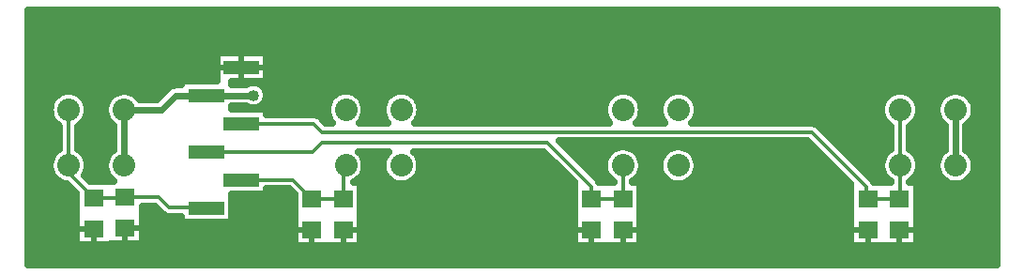
<source format=gbr>
%TF.GenerationSoftware,Novarm,DipTrace,3.3.1.3*%
%TF.CreationDate,2019-10-28T02:51:36+00:00*%
%FSLAX26Y26*%
%MOIN*%
%TF.FileFunction,Copper,L1,Top*%
%TF.Part,Single*%
%TA.AperFunction,Conductor*%
%ADD13C,0.012*%
%ADD14C,0.022*%
%TA.AperFunction,CopperBalancing*%
%ADD15C,0.025*%
%ADD16C,0.02*%
%ADD18R,0.125197X0.05*%
%TA.AperFunction,ComponentPad*%
%ADD33C,0.08*%
%ADD34R,0.070866X0.062992*%
%TA.AperFunction,ViaPad*%
%ADD35C,0.04*%
G75*
G01*
%LPD*%
X3740157Y984241D2*
D13*
Y787390D1*
Y671334D1*
X3737449Y668627D1*
X3624951D1*
X1401237Y935826D2*
X1657823D1*
X1687449Y906200D1*
X3424951D1*
X3618700Y712451D1*
Y668627D1*
X3624951D1*
X2755905Y787390D2*
Y668922D1*
X2756200Y668627D1*
X2643700D1*
X1276040Y835826D2*
X1654575D1*
X1687449Y868700D1*
X2487451D1*
X2643700Y712451D1*
Y668627D1*
X1651329D2*
X1762451D1*
Y778188D1*
X1771653Y787390D1*
X1401237Y735826D2*
X1584129D1*
X1651329Y668627D1*
X787401Y787396D2*
Y760310D1*
X874951Y672760D1*
X985260D1*
X987449Y674949D1*
X787401Y984246D2*
Y787396D1*
X1276040Y635826D2*
Y637449D1*
X1143700D1*
X1106200Y674949D1*
X987449D1*
X984251Y787396D2*
D14*
Y984246D1*
X1115495D1*
X1167075Y1035826D1*
X1276040D1*
X1443700D1*
X3937007Y984246D2*
Y787396D1*
D35*
X1443700Y1035826D3*
X644939Y1313024D2*
D15*
X4079473D1*
X644939Y1288155D2*
X4079473D1*
X644939Y1263287D2*
X4079473D1*
X644939Y1238418D2*
X4079473D1*
X644939Y1213549D2*
X4079473D1*
X644939Y1188680D2*
X4079473D1*
X644939Y1163812D2*
X1309645D1*
X1492810D2*
X4079473D1*
X644939Y1138943D2*
X1309645D1*
X1492810D2*
X4079473D1*
X644939Y1114074D2*
X1309645D1*
X1492810D2*
X4079473D1*
X644939Y1089205D2*
X1309645D1*
X1492810D2*
X4079473D1*
X644939Y1064336D2*
X1140235D1*
X1482941D2*
X4079473D1*
X644939Y1039468D2*
X747878D1*
X826943D2*
X944738D1*
X1023768D2*
X1115188D1*
X1492558D2*
X1732109D1*
X1811175D2*
X1928970D1*
X2008035D2*
X2716377D1*
X2795441D2*
X2913238D1*
X2992267D2*
X3700644D1*
X3779674D2*
X3897469D1*
X3976533D2*
X4079473D1*
X644939Y1014599D2*
X725738D1*
X849048D2*
X922598D1*
X1487571D2*
X1710004D1*
X1833315D2*
X1906830D1*
X2030175D2*
X2694237D1*
X2817546D2*
X2891096D1*
X3014407D2*
X3678503D1*
X3801814D2*
X3875364D1*
X3998675D2*
X4079473D1*
X644939Y989730D2*
X718633D1*
X856153D2*
X915493D1*
X1367646D2*
X1435132D1*
X1452263D2*
X1702899D1*
X1840420D2*
X1899725D1*
X2037281D2*
X2687132D1*
X2824687D2*
X2883991D1*
X3021512D2*
X3671398D1*
X3808919D2*
X3868259D1*
X4005780D2*
X4079473D1*
X644939Y964861D2*
X721288D1*
X853498D2*
X918149D1*
X1674922D2*
X1705556D1*
X1837764D2*
X1902380D1*
X2034625D2*
X2689787D1*
X2821997D2*
X2886648D1*
X3018856D2*
X3674054D1*
X3806263D2*
X3870915D1*
X4003124D2*
X4079473D1*
X644939Y939993D2*
X735283D1*
X839539D2*
X932107D1*
X1702123D2*
X1719514D1*
X1823770D2*
X1916375D1*
X2020630D2*
X2703781D1*
X2808037D2*
X2900607D1*
X3004898D2*
X3688012D1*
X3792305D2*
X3884873D1*
X3989129D2*
X4079473D1*
X644939Y915124D2*
X752399D1*
X822386D2*
X944272D1*
X3464466D2*
X3705166D1*
X3775151D2*
X3897002D1*
X3977001D2*
X4079473D1*
X644939Y890255D2*
X752399D1*
X822386D2*
X944272D1*
X3489334D2*
X3705166D1*
X3775151D2*
X3897002D1*
X3977001D2*
X4079473D1*
X644939Y865386D2*
X752399D1*
X822386D2*
X944272D1*
X2539229D2*
X3417302D1*
X3514203D2*
X3705166D1*
X3775151D2*
X3897002D1*
X3977001D2*
X4079473D1*
X644939Y840518D2*
X744899D1*
X829885D2*
X941760D1*
X2564096D2*
X2713435D1*
X2798384D2*
X2910259D1*
X2995245D2*
X3442170D1*
X3539070D2*
X3697666D1*
X3782651D2*
X3894527D1*
X3979477D2*
X4079473D1*
X644939Y815649D2*
X724697D1*
X850088D2*
X921557D1*
X1834356D2*
X1905825D1*
X2031180D2*
X2492065D1*
X2588964D2*
X2693231D1*
X2818587D2*
X2890057D1*
X3015448D2*
X3467039D1*
X3563938D2*
X3677462D1*
X3802855D2*
X3874323D1*
X3999679D2*
X4079473D1*
X644939Y790780D2*
X718489D1*
X856296D2*
X915350D1*
X1840564D2*
X1899581D1*
X2037424D2*
X2516932D1*
X2613833D2*
X2686987D1*
X2824794D2*
X2883848D1*
X3021655D2*
X3491906D1*
X3588805D2*
X3671255D1*
X3809062D2*
X3868116D1*
X4005923D2*
X4079473D1*
X644939Y765911D2*
X721969D1*
X852815D2*
X918830D1*
X1837083D2*
X1903062D1*
X2033944D2*
X2541800D1*
X2638700D2*
X2690469D1*
X2821314D2*
X2887329D1*
X3018175D2*
X3516773D1*
X3613672D2*
X3674735D1*
X3805582D2*
X3871596D1*
X4002443D2*
X4079473D1*
X644939Y741043D2*
X737221D1*
X855112D2*
X934081D1*
X1821833D2*
X1918313D1*
X2018692D2*
X2566669D1*
X2663567D2*
X2705720D1*
X2806099D2*
X2902579D1*
X3002924D2*
X3541641D1*
X3638541D2*
X3689986D1*
X3790331D2*
X3886847D1*
X3987192D2*
X4079473D1*
X644939Y716174D2*
X783081D1*
X1826892D2*
X2579263D1*
X2820633D2*
X3560516D1*
X3801885D2*
X4079473D1*
X644939Y691305D2*
X807948D1*
X1492810D2*
X1580212D1*
X1826892D2*
X2579263D1*
X2820633D2*
X3560516D1*
X3801885D2*
X4079473D1*
X644939Y666436D2*
X810532D1*
X1367646D2*
X1586886D1*
X1826892D2*
X2579263D1*
X2820633D2*
X3560516D1*
X3801885D2*
X4079473D1*
X644939Y641567D2*
X810532D1*
X1051865D2*
X1091146D1*
X1367646D2*
X1586886D1*
X1826892D2*
X2579263D1*
X2820633D2*
X3560516D1*
X3801885D2*
X4079473D1*
X644939Y616699D2*
X810532D1*
X1051865D2*
X1116014D1*
X1367646D2*
X1586886D1*
X1826892D2*
X2579263D1*
X2820633D2*
X3560516D1*
X3801885D2*
X4079473D1*
X644939Y591830D2*
X810532D1*
X1051865D2*
X1184445D1*
X1367646D2*
X1586886D1*
X1826892D2*
X2579263D1*
X2820633D2*
X3560516D1*
X3801885D2*
X4079473D1*
X644939Y566961D2*
X810532D1*
X1051865D2*
X1586886D1*
X1826892D2*
X2579263D1*
X2820633D2*
X3560516D1*
X3801885D2*
X4079473D1*
X644939Y542092D2*
X810532D1*
X1051865D2*
X1586886D1*
X1826892D2*
X2579263D1*
X2820633D2*
X3560516D1*
X3801885D2*
X4079473D1*
X644939Y517224D2*
X810532D1*
X1051865D2*
X1586886D1*
X1826892D2*
X2579263D1*
X2820633D2*
X3560516D1*
X3801885D2*
X4079473D1*
X644939Y492355D2*
X4079473D1*
X644939Y467486D2*
X4079473D1*
X644939Y442617D2*
X4079473D1*
X1365130Y684339D2*
Y584334D1*
X1186949D1*
Y604968D1*
X1141150Y605057D1*
X1136115Y605855D1*
X1131266Y607431D1*
X1126722Y609745D1*
X1122598Y612742D1*
X1092737Y642461D1*
X1049396Y642457D1*
X1049375Y506725D1*
X936876Y506602D1*
Y504536D1*
X813025D1*
X813001Y688759D1*
X780497Y721263D1*
X771878Y722735D1*
X761956Y725960D1*
X752659Y730696D1*
X744217Y736829D1*
X736840Y744207D1*
X730707Y752648D1*
X725970Y761944D1*
X722746Y771868D1*
X721113Y782172D1*
Y792607D1*
X722746Y802913D1*
X725970Y812835D1*
X730707Y822132D1*
X736840Y830573D1*
X744217Y837951D1*
X752659Y844083D1*
X754919Y845350D1*
X754909Y926231D1*
X748318Y930447D1*
X740384Y937224D1*
X733608Y945157D1*
X728155Y954053D1*
X724163Y963693D1*
X721728Y973839D1*
X720909Y984241D1*
X721728Y994642D1*
X724163Y1004788D1*
X728155Y1014427D1*
X733608Y1023323D1*
X740384Y1031258D1*
X748318Y1038033D1*
X757214Y1043485D1*
X766854Y1047478D1*
X776999Y1049914D1*
X787401Y1050733D1*
X797802Y1049914D1*
X807948Y1047478D1*
X817587Y1043485D1*
X826483Y1038033D1*
X834418Y1031258D1*
X841193Y1023323D1*
X846646Y1014427D1*
X850638Y1004788D1*
X853074Y994642D1*
X853893Y984241D1*
X853074Y973839D1*
X850638Y963693D1*
X846646Y954053D1*
X841193Y945157D1*
X834418Y937224D1*
X826483Y930447D1*
X819882Y926281D1*
X819893Y845410D1*
X826483Y841183D1*
X834418Y834407D1*
X841193Y826473D1*
X846646Y817577D1*
X850638Y807938D1*
X853074Y797792D1*
X853893Y787390D1*
X853074Y776989D1*
X850638Y766843D1*
X846646Y757203D1*
X842860Y750800D1*
X862926Y730737D1*
X925523Y730749D1*
X925524Y732938D1*
X946086D1*
X941067Y736829D1*
X933691Y744207D1*
X927557Y752648D1*
X922821Y761944D1*
X919596Y771868D1*
X917964Y782172D1*
Y792607D1*
X919596Y802913D1*
X922821Y812835D1*
X927557Y822132D1*
X933691Y830573D1*
X941067Y837951D1*
X946745Y842237D1*
X946759Y929318D1*
X941067Y933679D1*
X933691Y941057D1*
X927557Y949498D1*
X922821Y958794D1*
X919596Y968718D1*
X917964Y979023D1*
Y989457D1*
X919596Y999763D1*
X922821Y1009686D1*
X927557Y1018982D1*
X933691Y1027423D1*
X941067Y1034801D1*
X949510Y1040934D1*
X958806Y1045671D1*
X968729Y1048896D1*
X979035Y1050528D1*
X989468D1*
X999773Y1048896D1*
X1009696Y1045671D1*
X1018993Y1040934D1*
X1027435Y1034801D1*
X1034812Y1027423D1*
X1039098Y1021746D1*
X1099978Y1021738D1*
X1142726Y1064335D1*
X1147486Y1067793D1*
X1152728Y1070464D1*
X1158323Y1072283D1*
X1164133Y1073203D1*
X1186919Y1073318D1*
X1186949Y1087318D1*
X1312149D1*
X1312146Y1187318D1*
X1490327D1*
Y1084334D1*
X1365128D1*
X1365130Y1073288D1*
X1416373Y1073439D1*
X1422592Y1077251D1*
X1429333Y1080043D1*
X1436427Y1081746D1*
X1443700Y1082318D1*
X1450973Y1081746D1*
X1458067Y1080043D1*
X1464808Y1077251D1*
X1471027Y1073439D1*
X1476575Y1068701D1*
X1481313Y1063153D1*
X1485125Y1056934D1*
X1487917Y1050193D1*
X1489620Y1043099D1*
X1490192Y1035826D1*
X1489620Y1028553D1*
X1487917Y1021459D1*
X1485125Y1014718D1*
X1481313Y1008499D1*
X1476575Y1002951D1*
X1471027Y998213D1*
X1464808Y994401D1*
X1458067Y991609D1*
X1450973Y989906D1*
X1443700Y989334D1*
X1436427Y989906D1*
X1429333Y991609D1*
X1422592Y994401D1*
X1416141Y998334D1*
X1365150D1*
X1365130Y987309D1*
X1490327Y987318D1*
Y968335D1*
X1660373Y968218D1*
X1665409Y967420D1*
X1670258Y965844D1*
X1674801Y963531D1*
X1678926Y960533D1*
X1700920Y938680D1*
X1723226Y938692D1*
X1717860Y945157D1*
X1712407Y954053D1*
X1708415Y963693D1*
X1705980Y973839D1*
X1705161Y984241D1*
X1705980Y994642D1*
X1708415Y1004788D1*
X1712407Y1014427D1*
X1717860Y1023323D1*
X1724636Y1031258D1*
X1732570Y1038033D1*
X1741466Y1043485D1*
X1751106Y1047478D1*
X1761251Y1049914D1*
X1771653Y1050733D1*
X1782054Y1049914D1*
X1792200Y1047478D1*
X1801839Y1043485D1*
X1810735Y1038033D1*
X1818670Y1031258D1*
X1825445Y1023323D1*
X1830898Y1014427D1*
X1834890Y1004788D1*
X1837326Y994642D1*
X1838145Y984241D1*
X1837326Y973839D1*
X1834890Y963693D1*
X1830898Y954053D1*
X1825445Y945157D1*
X1820040Y938707D1*
X1920087Y938692D1*
X1914710Y945157D1*
X1909258Y954053D1*
X1905266Y963693D1*
X1902830Y973839D1*
X1902011Y984241D1*
X1902830Y994642D1*
X1905266Y1004788D1*
X1909258Y1014427D1*
X1914710Y1023323D1*
X1921486Y1031258D1*
X1929420Y1038033D1*
X1938317Y1043485D1*
X1947956Y1047478D1*
X1958102Y1049914D1*
X1968503Y1050733D1*
X1978905Y1049914D1*
X1989050Y1047478D1*
X1998690Y1043485D1*
X2007586Y1038033D1*
X2015520Y1031258D1*
X2022296Y1023323D1*
X2027749Y1014427D1*
X2031741Y1004788D1*
X2034176Y994642D1*
X2034995Y984241D1*
X2034176Y973839D1*
X2031741Y963693D1*
X2027749Y954053D1*
X2022296Y945157D1*
X2016890Y938707D1*
X2707457Y938692D1*
X2702112Y945157D1*
X2696659Y954053D1*
X2692667Y963693D1*
X2690231Y973839D1*
X2689413Y984241D1*
X2690231Y994642D1*
X2692667Y1004788D1*
X2696659Y1014427D1*
X2702112Y1023323D1*
X2708888Y1031258D1*
X2716822Y1038033D1*
X2725718Y1043485D1*
X2735357Y1047478D1*
X2745503Y1049914D1*
X2755905Y1050733D1*
X2766306Y1049914D1*
X2776452Y1047478D1*
X2786091Y1043485D1*
X2794987Y1038033D1*
X2802922Y1031258D1*
X2809697Y1023323D1*
X2815150Y1014427D1*
X2819142Y1004788D1*
X2821578Y994642D1*
X2822397Y984241D1*
X2821578Y973839D1*
X2819142Y963693D1*
X2815150Y954053D1*
X2809697Y945157D1*
X2804292Y938707D1*
X2904318Y938692D1*
X2898962Y945157D1*
X2893510Y954053D1*
X2889518Y963693D1*
X2887082Y973839D1*
X2886263Y984241D1*
X2887082Y994642D1*
X2889518Y1004788D1*
X2893510Y1014427D1*
X2898962Y1023323D1*
X2905738Y1031258D1*
X2913672Y1038033D1*
X2922569Y1043485D1*
X2932208Y1047478D1*
X2942354Y1049914D1*
X2952755Y1050733D1*
X2963157Y1049914D1*
X2973302Y1047478D1*
X2982941Y1043485D1*
X2991838Y1038033D1*
X2999772Y1031258D1*
X3006548Y1023323D1*
X3012001Y1014427D1*
X3015993Y1004788D1*
X3018428Y994642D1*
X3019247Y984241D1*
X3018428Y973839D1*
X3015993Y963693D1*
X3012001Y954053D1*
X3006548Y945157D1*
X3001142Y938707D1*
X3427499Y938592D1*
X3432535Y937794D1*
X3437384Y936218D1*
X3441927Y933905D1*
X3446052Y930907D1*
X3493396Y883705D1*
X3643407Y733552D1*
X3646405Y729427D1*
X3647655Y727192D1*
X3654889Y726615D1*
X3707641D1*
X3705415Y730696D1*
X3696973Y736829D1*
X3689596Y744207D1*
X3683462Y752648D1*
X3678726Y761944D1*
X3675502Y771868D1*
X3673869Y782172D1*
Y792607D1*
X3675502Y802913D1*
X3678726Y812835D1*
X3683462Y822132D1*
X3689596Y830573D1*
X3696973Y837951D1*
X3705415Y844083D1*
X3707675Y845350D1*
X3707665Y926226D1*
X3701074Y930447D1*
X3693140Y937224D1*
X3686364Y945157D1*
X3680911Y954053D1*
X3676919Y963693D1*
X3674483Y973839D1*
X3673665Y984241D1*
X3674483Y994642D1*
X3676919Y1004788D1*
X3680911Y1014427D1*
X3686364Y1023323D1*
X3693140Y1031258D1*
X3701074Y1038033D1*
X3709970Y1043485D1*
X3719609Y1047478D1*
X3729755Y1049914D1*
X3740157Y1050733D1*
X3750558Y1049914D1*
X3760704Y1047478D1*
X3770343Y1043485D1*
X3779239Y1038033D1*
X3787174Y1031258D1*
X3793949Y1023323D1*
X3799402Y1014427D1*
X3803394Y1004788D1*
X3805830Y994642D1*
X3806649Y984241D1*
X3805830Y973839D1*
X3803394Y963693D1*
X3799402Y954053D1*
X3793949Y945157D1*
X3787174Y937224D1*
X3779239Y930447D1*
X3772638Y926281D1*
X3772649Y845405D1*
X3779239Y841183D1*
X3787174Y834407D1*
X3793949Y826473D1*
X3799402Y817577D1*
X3803394Y807938D1*
X3805830Y797792D1*
X3806649Y787390D1*
X3805830Y776989D1*
X3803394Y766843D1*
X3799402Y757203D1*
X3793949Y748306D1*
X3787174Y740373D1*
X3779239Y733596D1*
X3772638Y729431D1*
X3776574Y726615D1*
X3799375D1*
Y500402D1*
X3563025D1*
Y722153D1*
X3411485Y873714D1*
X2528384Y873708D1*
X2668407Y733552D1*
X2671405Y729427D1*
X2672655Y727192D1*
X2673638Y726615D1*
X2723377D1*
X2721163Y730696D1*
X2712721Y736829D1*
X2705344Y744207D1*
X2699210Y752648D1*
X2694474Y761944D1*
X2691250Y771868D1*
X2689617Y782172D1*
Y792607D1*
X2691250Y802913D1*
X2694474Y812835D1*
X2699210Y822132D1*
X2705344Y830573D1*
X2712721Y837951D1*
X2721163Y844083D1*
X2730460Y848821D1*
X2740382Y852045D1*
X2750688Y853678D1*
X2761121D1*
X2771427Y852045D1*
X2781350Y848821D1*
X2790646Y844083D1*
X2799088Y837951D1*
X2806465Y830573D1*
X2812599Y822132D1*
X2817335Y812835D1*
X2820560Y802913D1*
X2822192Y792607D1*
Y782172D1*
X2820560Y771868D1*
X2817335Y761944D1*
X2812599Y752648D1*
X2806465Y744207D1*
X2799088Y736829D1*
X2790646Y730696D1*
X2788386Y729431D1*
X2795325Y726615D1*
X2818125D1*
Y500402D1*
X2581775D1*
Y726615D1*
X2583606D1*
X2473987Y836212D1*
X2013671Y836208D1*
X2019064Y830573D1*
X2025197Y822132D1*
X2029934Y812835D1*
X2033158Y802913D1*
X2034791Y792607D1*
Y782172D1*
X2033158Y771868D1*
X2029934Y761944D1*
X2025197Y752648D1*
X2019064Y744207D1*
X2011687Y736829D1*
X2003245Y730696D1*
X1993948Y725960D1*
X1984025Y722735D1*
X1973720Y721103D1*
X1963287D1*
X1952981Y722735D1*
X1943058Y725960D1*
X1933762Y730696D1*
X1925319Y736829D1*
X1917943Y744207D1*
X1911809Y752648D1*
X1907073Y761944D1*
X1903848Y771868D1*
X1902216Y782172D1*
Y792607D1*
X1903848Y802913D1*
X1907073Y812835D1*
X1911809Y822132D1*
X1917943Y830573D1*
X1923448Y836221D1*
X1816810Y836208D1*
X1822213Y830573D1*
X1828347Y822132D1*
X1833083Y812835D1*
X1836308Y802913D1*
X1837940Y792607D1*
Y782172D1*
X1836308Y771868D1*
X1833083Y761944D1*
X1828347Y752648D1*
X1822213Y744207D1*
X1814836Y736829D1*
X1806394Y730696D1*
X1798524Y726617D1*
X1824376Y726615D1*
Y500402D1*
X1589403D1*
X1589378Y684625D1*
X1570678Y703326D1*
X1490292Y703334D1*
X1490327Y684334D1*
X1365128D1*
X4003294Y979023D2*
X4001662Y968718D1*
X3998438Y958794D1*
X3993701Y949498D1*
X3987567Y941057D1*
X3980191Y933679D1*
X3974514Y929393D1*
X3974499Y842323D1*
X3980191Y837951D1*
X3987567Y830573D1*
X3993701Y822132D1*
X3998438Y812835D1*
X4001662Y802913D1*
X4003294Y792607D1*
Y782172D1*
X4001662Y771868D1*
X3998438Y761944D1*
X3993701Y752648D1*
X3987567Y744207D1*
X3980191Y736829D1*
X3971749Y730696D1*
X3962452Y725960D1*
X3952529Y722735D1*
X3942224Y721103D1*
X3931791D1*
X3921485Y722735D1*
X3911562Y725960D1*
X3902266Y730696D1*
X3893823Y736829D1*
X3886447Y744207D1*
X3880313Y752648D1*
X3875577Y761944D1*
X3872352Y771868D1*
X3870720Y782172D1*
Y792607D1*
X3872352Y802913D1*
X3875577Y812835D1*
X3880313Y822132D1*
X3886447Y830573D1*
X3893823Y837951D1*
X3899501Y842237D1*
X3899515Y929318D1*
X3893823Y933679D1*
X3886447Y941057D1*
X3880313Y949498D1*
X3875577Y958794D1*
X3872352Y968718D1*
X3870720Y979023D1*
Y989457D1*
X3872352Y999763D1*
X3875577Y1009686D1*
X3880313Y1018982D1*
X3886447Y1027423D1*
X3893823Y1034801D1*
X3902266Y1040934D1*
X3911562Y1045671D1*
X3921485Y1048896D1*
X3931791Y1050528D1*
X3942224D1*
X3952529Y1048896D1*
X3962452Y1045671D1*
X3971749Y1040934D1*
X3980191Y1034801D1*
X3987567Y1027423D1*
X3993701Y1018982D1*
X3998438Y1009686D1*
X4001662Y999763D1*
X4003294Y989457D1*
Y979023D1*
X3019043Y782172D2*
X3017410Y771868D1*
X3014186Y761944D1*
X3009449Y752648D1*
X3003315Y744207D1*
X2995939Y736829D1*
X2987497Y730696D1*
X2978200Y725960D1*
X2968277Y722735D1*
X2957972Y721103D1*
X2947539D1*
X2937233Y722735D1*
X2927310Y725960D1*
X2918014Y730696D1*
X2909571Y736829D1*
X2902195Y744207D1*
X2896061Y752648D1*
X2891325Y761944D1*
X2888100Y771868D1*
X2886468Y782172D1*
Y792607D1*
X2888100Y802913D1*
X2891325Y812835D1*
X2896061Y822132D1*
X2902195Y830573D1*
X2909571Y837951D1*
X2918014Y844083D1*
X2927310Y848821D1*
X2937233Y852045D1*
X2947539Y853678D1*
X2957972D1*
X2968277Y852045D1*
X2978200Y848821D1*
X2987497Y844083D1*
X2995939Y837951D1*
X3003315Y830573D1*
X3009449Y822132D1*
X3014186Y812835D1*
X3017410Y802913D1*
X3019043Y792607D1*
Y782172D1*
X642444Y433759D2*
X4082015D1*
X4081987Y1337920D1*
X642393Y1337893D1*
X642420Y433731D1*
X1401237Y1187283D2*
D16*
Y1084369D1*
X1312182Y1135826D2*
X1490292D1*
X3624951Y558390D2*
Y500438D1*
X3563061Y558390D2*
X3624951D1*
X3737449D2*
Y500438D1*
Y558390D2*
X3799339D1*
X2643700D2*
Y500438D1*
X2581810Y558390D2*
X2643700D1*
X2756200D2*
Y500438D1*
Y558390D2*
X2818090D1*
X1651329D2*
Y500438D1*
X1589440Y558390D2*
X1651329D1*
X1762451D2*
Y500438D1*
Y558390D2*
X1824340D1*
X874951Y562524D2*
Y504571D1*
X813062Y562524D2*
X874951D1*
X987449Y564713D2*
Y506760D1*
Y564713D2*
X1049339D1*
D18*
X1276040Y635826D3*
X1401237Y735826D3*
X1276040Y835826D3*
X1401237Y935826D3*
X1276040Y1035826D3*
X1401237Y1135826D3*
D33*
X3937007Y984235D3*
Y787385D3*
X3740157D3*
Y984235D3*
D34*
X3624951Y558390D3*
Y668627D3*
X3737449D3*
Y558390D3*
D33*
X2952755Y984235D3*
Y787385D3*
X2755905D3*
Y984235D3*
D34*
X2643700Y558390D3*
Y668627D3*
X2756200D3*
Y558390D3*
D33*
X1968503Y984235D3*
Y787385D3*
X1771653D3*
Y984235D3*
D34*
X1651329Y558390D3*
Y668627D3*
X1762451D3*
Y558390D3*
D33*
X984251Y984235D3*
Y787385D3*
X787401D3*
Y984235D3*
D34*
X874951Y562524D3*
Y672760D3*
X987449Y674949D3*
Y564713D3*
M02*

</source>
